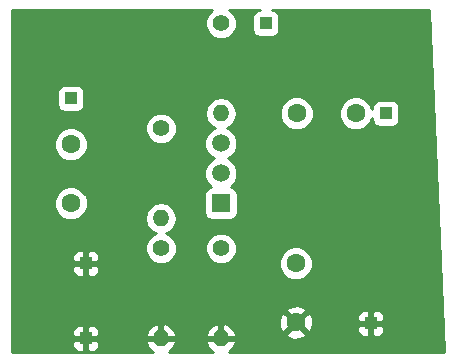
<source format=gbr>
G04 #@! TF.FileFunction,Copper,L2,Bot,Signal*
%FSLAX46Y46*%
G04 Gerber Fmt 4.6, Leading zero omitted, Abs format (unit mm)*
G04 Created by KiCad (PCBNEW 4.0.7) date Monday, November 12, 2018 'AMt' 11:28:17 AM*
%MOMM*%
%LPD*%
G01*
G04 APERTURE LIST*
%ADD10C,0.100000*%
%ADD11C,1.600000*%
%ADD12R,1.000000X1.000000*%
%ADD13C,1.520000*%
%ADD14R,1.520000X1.520000*%
%ADD15C,1.400000*%
%ADD16O,1.400000X1.400000*%
%ADD17C,0.254000*%
G04 APERTURE END LIST*
D10*
D11*
X135890000Y-119380000D03*
X135890000Y-114380000D03*
X154940000Y-124460000D03*
X154940000Y-129460000D03*
X160020000Y-111760000D03*
X155020000Y-111760000D03*
D12*
X135890000Y-110490000D03*
X137160000Y-124460000D03*
X162560000Y-111760000D03*
X161290000Y-129540000D03*
D13*
X148590000Y-116840000D03*
X148590000Y-114300000D03*
D14*
X148590000Y-119380000D03*
D15*
X143510000Y-113030000D03*
D16*
X143510000Y-120650000D03*
D15*
X143510000Y-123190000D03*
D16*
X143510000Y-130810000D03*
D15*
X148590000Y-104140000D03*
D16*
X148590000Y-111760000D03*
D15*
X148590000Y-123190000D03*
D16*
X148590000Y-130810000D03*
D12*
X152400000Y-104140000D03*
X137160000Y-130810000D03*
D17*
G36*
X147834771Y-103007582D02*
X147458902Y-103382796D01*
X147255232Y-103873287D01*
X147254769Y-104404383D01*
X147457582Y-104895229D01*
X147832796Y-105271098D01*
X148323287Y-105474768D01*
X148854383Y-105475231D01*
X149345229Y-105272418D01*
X149721098Y-104897204D01*
X149924768Y-104406713D01*
X149925231Y-103875617D01*
X149722418Y-103384771D01*
X149347204Y-103008902D01*
X149318541Y-102997000D01*
X151876403Y-102997000D01*
X151664683Y-103036838D01*
X151448559Y-103175910D01*
X151303569Y-103388110D01*
X151252560Y-103640000D01*
X151252560Y-104640000D01*
X151296838Y-104875317D01*
X151435910Y-105091441D01*
X151648110Y-105236431D01*
X151900000Y-105287440D01*
X152900000Y-105287440D01*
X153135317Y-105243162D01*
X153351441Y-105104090D01*
X153496431Y-104891890D01*
X153547440Y-104640000D01*
X153547440Y-103640000D01*
X153503162Y-103404683D01*
X153364090Y-103188559D01*
X153151890Y-103043569D01*
X152921925Y-102997000D01*
X166248402Y-102997000D01*
X167507358Y-131953000D01*
X149276000Y-131953000D01*
X149656764Y-131612663D01*
X149882727Y-131143331D01*
X149760206Y-130937000D01*
X148717000Y-130937000D01*
X148717000Y-130957000D01*
X148463000Y-130957000D01*
X148463000Y-130937000D01*
X147419794Y-130937000D01*
X147297273Y-131143331D01*
X147523236Y-131612663D01*
X147904000Y-131953000D01*
X144196000Y-131953000D01*
X144576764Y-131612663D01*
X144802727Y-131143331D01*
X144680206Y-130937000D01*
X143637000Y-130937000D01*
X143637000Y-130957000D01*
X143383000Y-130957000D01*
X143383000Y-130937000D01*
X142339794Y-130937000D01*
X142217273Y-131143331D01*
X142443236Y-131612663D01*
X142824000Y-131953000D01*
X130937000Y-131953000D01*
X130937000Y-131095750D01*
X136025000Y-131095750D01*
X136025000Y-131436310D01*
X136121673Y-131669699D01*
X136300302Y-131848327D01*
X136533691Y-131945000D01*
X136874250Y-131945000D01*
X137033000Y-131786250D01*
X137033000Y-130937000D01*
X137287000Y-130937000D01*
X137287000Y-131786250D01*
X137445750Y-131945000D01*
X137786309Y-131945000D01*
X138019698Y-131848327D01*
X138198327Y-131669699D01*
X138295000Y-131436310D01*
X138295000Y-131095750D01*
X138136250Y-130937000D01*
X137287000Y-130937000D01*
X137033000Y-130937000D01*
X136183750Y-130937000D01*
X136025000Y-131095750D01*
X130937000Y-131095750D01*
X130937000Y-130183690D01*
X136025000Y-130183690D01*
X136025000Y-130524250D01*
X136183750Y-130683000D01*
X137033000Y-130683000D01*
X137033000Y-129833750D01*
X137287000Y-129833750D01*
X137287000Y-130683000D01*
X138136250Y-130683000D01*
X138295000Y-130524250D01*
X138295000Y-130476669D01*
X142217273Y-130476669D01*
X142339794Y-130683000D01*
X143383000Y-130683000D01*
X143383000Y-129640626D01*
X143637000Y-129640626D01*
X143637000Y-130683000D01*
X144680206Y-130683000D01*
X144802727Y-130476669D01*
X147297273Y-130476669D01*
X147419794Y-130683000D01*
X148463000Y-130683000D01*
X148463000Y-129640626D01*
X148717000Y-129640626D01*
X148717000Y-130683000D01*
X149760206Y-130683000D01*
X149882727Y-130476669D01*
X149878431Y-130467745D01*
X154111861Y-130467745D01*
X154185995Y-130713864D01*
X154723223Y-130906965D01*
X155293454Y-130879778D01*
X155694005Y-130713864D01*
X155768139Y-130467745D01*
X154940000Y-129639605D01*
X154111861Y-130467745D01*
X149878431Y-130467745D01*
X149656764Y-130007337D01*
X149268396Y-129660203D01*
X148923329Y-129517284D01*
X148717000Y-129640626D01*
X148463000Y-129640626D01*
X148256671Y-129517284D01*
X147911604Y-129660203D01*
X147523236Y-130007337D01*
X147297273Y-130476669D01*
X144802727Y-130476669D01*
X144576764Y-130007337D01*
X144188396Y-129660203D01*
X143843329Y-129517284D01*
X143637000Y-129640626D01*
X143383000Y-129640626D01*
X143176671Y-129517284D01*
X142831604Y-129660203D01*
X142443236Y-130007337D01*
X142217273Y-130476669D01*
X138295000Y-130476669D01*
X138295000Y-130183690D01*
X138198327Y-129950301D01*
X138019698Y-129771673D01*
X137786309Y-129675000D01*
X137445750Y-129675000D01*
X137287000Y-129833750D01*
X137033000Y-129833750D01*
X136874250Y-129675000D01*
X136533691Y-129675000D01*
X136300302Y-129771673D01*
X136121673Y-129950301D01*
X136025000Y-130183690D01*
X130937000Y-130183690D01*
X130937000Y-129243223D01*
X153493035Y-129243223D01*
X153520222Y-129813454D01*
X153686136Y-130214005D01*
X153932255Y-130288139D01*
X154760395Y-129460000D01*
X155119605Y-129460000D01*
X155947745Y-130288139D01*
X156193864Y-130214005D01*
X156333418Y-129825750D01*
X160155000Y-129825750D01*
X160155000Y-130166310D01*
X160251673Y-130399699D01*
X160430302Y-130578327D01*
X160663691Y-130675000D01*
X161004250Y-130675000D01*
X161163000Y-130516250D01*
X161163000Y-129667000D01*
X161417000Y-129667000D01*
X161417000Y-130516250D01*
X161575750Y-130675000D01*
X161916309Y-130675000D01*
X162149698Y-130578327D01*
X162328327Y-130399699D01*
X162425000Y-130166310D01*
X162425000Y-129825750D01*
X162266250Y-129667000D01*
X161417000Y-129667000D01*
X161163000Y-129667000D01*
X160313750Y-129667000D01*
X160155000Y-129825750D01*
X156333418Y-129825750D01*
X156386965Y-129676777D01*
X156359778Y-129106546D01*
X156279895Y-128913690D01*
X160155000Y-128913690D01*
X160155000Y-129254250D01*
X160313750Y-129413000D01*
X161163000Y-129413000D01*
X161163000Y-128563750D01*
X161417000Y-128563750D01*
X161417000Y-129413000D01*
X162266250Y-129413000D01*
X162425000Y-129254250D01*
X162425000Y-128913690D01*
X162328327Y-128680301D01*
X162149698Y-128501673D01*
X161916309Y-128405000D01*
X161575750Y-128405000D01*
X161417000Y-128563750D01*
X161163000Y-128563750D01*
X161004250Y-128405000D01*
X160663691Y-128405000D01*
X160430302Y-128501673D01*
X160251673Y-128680301D01*
X160155000Y-128913690D01*
X156279895Y-128913690D01*
X156193864Y-128705995D01*
X155947745Y-128631861D01*
X155119605Y-129460000D01*
X154760395Y-129460000D01*
X153932255Y-128631861D01*
X153686136Y-128705995D01*
X153493035Y-129243223D01*
X130937000Y-129243223D01*
X130937000Y-128452255D01*
X154111861Y-128452255D01*
X154940000Y-129280395D01*
X155768139Y-128452255D01*
X155694005Y-128206136D01*
X155156777Y-128013035D01*
X154586546Y-128040222D01*
X154185995Y-128206136D01*
X154111861Y-128452255D01*
X130937000Y-128452255D01*
X130937000Y-124745750D01*
X136025000Y-124745750D01*
X136025000Y-125086310D01*
X136121673Y-125319699D01*
X136300302Y-125498327D01*
X136533691Y-125595000D01*
X136874250Y-125595000D01*
X137033000Y-125436250D01*
X137033000Y-124587000D01*
X137287000Y-124587000D01*
X137287000Y-125436250D01*
X137445750Y-125595000D01*
X137786309Y-125595000D01*
X138019698Y-125498327D01*
X138198327Y-125319699D01*
X138295000Y-125086310D01*
X138295000Y-124745750D01*
X138293437Y-124744187D01*
X153504752Y-124744187D01*
X153722757Y-125271800D01*
X154126077Y-125675824D01*
X154653309Y-125894750D01*
X155224187Y-125895248D01*
X155751800Y-125677243D01*
X156155824Y-125273923D01*
X156374750Y-124746691D01*
X156375248Y-124175813D01*
X156157243Y-123648200D01*
X155753923Y-123244176D01*
X155226691Y-123025250D01*
X154655813Y-123024752D01*
X154128200Y-123242757D01*
X153724176Y-123646077D01*
X153505250Y-124173309D01*
X153504752Y-124744187D01*
X138293437Y-124744187D01*
X138136250Y-124587000D01*
X137287000Y-124587000D01*
X137033000Y-124587000D01*
X136183750Y-124587000D01*
X136025000Y-124745750D01*
X130937000Y-124745750D01*
X130937000Y-123833690D01*
X136025000Y-123833690D01*
X136025000Y-124174250D01*
X136183750Y-124333000D01*
X137033000Y-124333000D01*
X137033000Y-123483750D01*
X137287000Y-123483750D01*
X137287000Y-124333000D01*
X138136250Y-124333000D01*
X138295000Y-124174250D01*
X138295000Y-123833690D01*
X138198327Y-123600301D01*
X138052409Y-123454383D01*
X142174769Y-123454383D01*
X142377582Y-123945229D01*
X142752796Y-124321098D01*
X143243287Y-124524768D01*
X143774383Y-124525231D01*
X144265229Y-124322418D01*
X144641098Y-123947204D01*
X144844768Y-123456713D01*
X144844770Y-123454383D01*
X147254769Y-123454383D01*
X147457582Y-123945229D01*
X147832796Y-124321098D01*
X148323287Y-124524768D01*
X148854383Y-124525231D01*
X149345229Y-124322418D01*
X149721098Y-123947204D01*
X149924768Y-123456713D01*
X149925231Y-122925617D01*
X149722418Y-122434771D01*
X149347204Y-122058902D01*
X148856713Y-121855232D01*
X148325617Y-121854769D01*
X147834771Y-122057582D01*
X147458902Y-122432796D01*
X147255232Y-122923287D01*
X147254769Y-123454383D01*
X144844770Y-123454383D01*
X144845231Y-122925617D01*
X144642418Y-122434771D01*
X144267204Y-122058902D01*
X143944212Y-121924784D01*
X144020882Y-121909533D01*
X144453988Y-121620142D01*
X144743379Y-121187036D01*
X144845000Y-120676154D01*
X144845000Y-120623846D01*
X144743379Y-120112964D01*
X144453988Y-119679858D01*
X144020882Y-119390467D01*
X143510000Y-119288846D01*
X142999118Y-119390467D01*
X142566012Y-119679858D01*
X142276621Y-120112964D01*
X142175000Y-120623846D01*
X142175000Y-120676154D01*
X142276621Y-121187036D01*
X142566012Y-121620142D01*
X142999118Y-121909533D01*
X143076045Y-121924835D01*
X142754771Y-122057582D01*
X142378902Y-122432796D01*
X142175232Y-122923287D01*
X142174769Y-123454383D01*
X138052409Y-123454383D01*
X138019698Y-123421673D01*
X137786309Y-123325000D01*
X137445750Y-123325000D01*
X137287000Y-123483750D01*
X137033000Y-123483750D01*
X136874250Y-123325000D01*
X136533691Y-123325000D01*
X136300302Y-123421673D01*
X136121673Y-123600301D01*
X136025000Y-123833690D01*
X130937000Y-123833690D01*
X130937000Y-119664187D01*
X134454752Y-119664187D01*
X134672757Y-120191800D01*
X135076077Y-120595824D01*
X135603309Y-120814750D01*
X136174187Y-120815248D01*
X136701800Y-120597243D01*
X137105824Y-120193923D01*
X137324750Y-119666691D01*
X137325248Y-119095813D01*
X137128647Y-118620000D01*
X147182560Y-118620000D01*
X147182560Y-120140000D01*
X147226838Y-120375317D01*
X147365910Y-120591441D01*
X147578110Y-120736431D01*
X147830000Y-120787440D01*
X149350000Y-120787440D01*
X149585317Y-120743162D01*
X149801441Y-120604090D01*
X149946431Y-120391890D01*
X149997440Y-120140000D01*
X149997440Y-118620000D01*
X149953162Y-118384683D01*
X149814090Y-118168559D01*
X149601890Y-118023569D01*
X149416520Y-117986031D01*
X149771934Y-117631236D01*
X149984758Y-117118700D01*
X149985242Y-116563735D01*
X149773313Y-116050828D01*
X149381236Y-115658066D01*
X149169262Y-115570046D01*
X149379172Y-115483313D01*
X149771934Y-115091236D01*
X149984758Y-114578700D01*
X149985242Y-114023735D01*
X149773313Y-113510828D01*
X149381236Y-113118066D01*
X149117386Y-113008506D01*
X149533988Y-112730142D01*
X149823379Y-112297036D01*
X149873673Y-112044187D01*
X153584752Y-112044187D01*
X153802757Y-112571800D01*
X154206077Y-112975824D01*
X154733309Y-113194750D01*
X155304187Y-113195248D01*
X155831800Y-112977243D01*
X156235824Y-112573923D01*
X156454750Y-112046691D01*
X156454752Y-112044187D01*
X158584752Y-112044187D01*
X158802757Y-112571800D01*
X159206077Y-112975824D01*
X159733309Y-113194750D01*
X160304187Y-113195248D01*
X160831800Y-112977243D01*
X161235824Y-112573923D01*
X161412560Y-112148296D01*
X161412560Y-112260000D01*
X161456838Y-112495317D01*
X161595910Y-112711441D01*
X161808110Y-112856431D01*
X162060000Y-112907440D01*
X163060000Y-112907440D01*
X163295317Y-112863162D01*
X163511441Y-112724090D01*
X163656431Y-112511890D01*
X163707440Y-112260000D01*
X163707440Y-111260000D01*
X163663162Y-111024683D01*
X163524090Y-110808559D01*
X163311890Y-110663569D01*
X163060000Y-110612560D01*
X162060000Y-110612560D01*
X161824683Y-110656838D01*
X161608559Y-110795910D01*
X161463569Y-111008110D01*
X161412560Y-111260000D01*
X161412560Y-111372500D01*
X161237243Y-110948200D01*
X160833923Y-110544176D01*
X160306691Y-110325250D01*
X159735813Y-110324752D01*
X159208200Y-110542757D01*
X158804176Y-110946077D01*
X158585250Y-111473309D01*
X158584752Y-112044187D01*
X156454752Y-112044187D01*
X156455248Y-111475813D01*
X156237243Y-110948200D01*
X155833923Y-110544176D01*
X155306691Y-110325250D01*
X154735813Y-110324752D01*
X154208200Y-110542757D01*
X153804176Y-110946077D01*
X153585250Y-111473309D01*
X153584752Y-112044187D01*
X149873673Y-112044187D01*
X149925000Y-111786154D01*
X149925000Y-111733846D01*
X149823379Y-111222964D01*
X149533988Y-110789858D01*
X149100882Y-110500467D01*
X148590000Y-110398846D01*
X148079118Y-110500467D01*
X147646012Y-110789858D01*
X147356621Y-111222964D01*
X147255000Y-111733846D01*
X147255000Y-111786154D01*
X147356621Y-112297036D01*
X147646012Y-112730142D01*
X148062627Y-113008514D01*
X147800828Y-113116687D01*
X147408066Y-113508764D01*
X147195242Y-114021300D01*
X147194758Y-114576265D01*
X147406687Y-115089172D01*
X147798764Y-115481934D01*
X148010738Y-115569954D01*
X147800828Y-115656687D01*
X147408066Y-116048764D01*
X147195242Y-116561300D01*
X147194758Y-117116265D01*
X147406687Y-117629172D01*
X147762210Y-117985316D01*
X147594683Y-118016838D01*
X147378559Y-118155910D01*
X147233569Y-118368110D01*
X147182560Y-118620000D01*
X137128647Y-118620000D01*
X137107243Y-118568200D01*
X136703923Y-118164176D01*
X136176691Y-117945250D01*
X135605813Y-117944752D01*
X135078200Y-118162757D01*
X134674176Y-118566077D01*
X134455250Y-119093309D01*
X134454752Y-119664187D01*
X130937000Y-119664187D01*
X130937000Y-114664187D01*
X134454752Y-114664187D01*
X134672757Y-115191800D01*
X135076077Y-115595824D01*
X135603309Y-115814750D01*
X136174187Y-115815248D01*
X136701800Y-115597243D01*
X137105824Y-115193923D01*
X137324750Y-114666691D01*
X137325248Y-114095813D01*
X137107243Y-113568200D01*
X136833904Y-113294383D01*
X142174769Y-113294383D01*
X142377582Y-113785229D01*
X142752796Y-114161098D01*
X143243287Y-114364768D01*
X143774383Y-114365231D01*
X144265229Y-114162418D01*
X144641098Y-113787204D01*
X144844768Y-113296713D01*
X144845231Y-112765617D01*
X144642418Y-112274771D01*
X144267204Y-111898902D01*
X143776713Y-111695232D01*
X143245617Y-111694769D01*
X142754771Y-111897582D01*
X142378902Y-112272796D01*
X142175232Y-112763287D01*
X142174769Y-113294383D01*
X136833904Y-113294383D01*
X136703923Y-113164176D01*
X136176691Y-112945250D01*
X135605813Y-112944752D01*
X135078200Y-113162757D01*
X134674176Y-113566077D01*
X134455250Y-114093309D01*
X134454752Y-114664187D01*
X130937000Y-114664187D01*
X130937000Y-109990000D01*
X134742560Y-109990000D01*
X134742560Y-110990000D01*
X134786838Y-111225317D01*
X134925910Y-111441441D01*
X135138110Y-111586431D01*
X135390000Y-111637440D01*
X136390000Y-111637440D01*
X136625317Y-111593162D01*
X136841441Y-111454090D01*
X136986431Y-111241890D01*
X137037440Y-110990000D01*
X137037440Y-109990000D01*
X136993162Y-109754683D01*
X136854090Y-109538559D01*
X136641890Y-109393569D01*
X136390000Y-109342560D01*
X135390000Y-109342560D01*
X135154683Y-109386838D01*
X134938559Y-109525910D01*
X134793569Y-109738110D01*
X134742560Y-109990000D01*
X130937000Y-109990000D01*
X130937000Y-102997000D01*
X147860381Y-102997000D01*
X147834771Y-103007582D01*
X147834771Y-103007582D01*
G37*
X147834771Y-103007582D02*
X147458902Y-103382796D01*
X147255232Y-103873287D01*
X147254769Y-104404383D01*
X147457582Y-104895229D01*
X147832796Y-105271098D01*
X148323287Y-105474768D01*
X148854383Y-105475231D01*
X149345229Y-105272418D01*
X149721098Y-104897204D01*
X149924768Y-104406713D01*
X149925231Y-103875617D01*
X149722418Y-103384771D01*
X149347204Y-103008902D01*
X149318541Y-102997000D01*
X151876403Y-102997000D01*
X151664683Y-103036838D01*
X151448559Y-103175910D01*
X151303569Y-103388110D01*
X151252560Y-103640000D01*
X151252560Y-104640000D01*
X151296838Y-104875317D01*
X151435910Y-105091441D01*
X151648110Y-105236431D01*
X151900000Y-105287440D01*
X152900000Y-105287440D01*
X153135317Y-105243162D01*
X153351441Y-105104090D01*
X153496431Y-104891890D01*
X153547440Y-104640000D01*
X153547440Y-103640000D01*
X153503162Y-103404683D01*
X153364090Y-103188559D01*
X153151890Y-103043569D01*
X152921925Y-102997000D01*
X166248402Y-102997000D01*
X167507358Y-131953000D01*
X149276000Y-131953000D01*
X149656764Y-131612663D01*
X149882727Y-131143331D01*
X149760206Y-130937000D01*
X148717000Y-130937000D01*
X148717000Y-130957000D01*
X148463000Y-130957000D01*
X148463000Y-130937000D01*
X147419794Y-130937000D01*
X147297273Y-131143331D01*
X147523236Y-131612663D01*
X147904000Y-131953000D01*
X144196000Y-131953000D01*
X144576764Y-131612663D01*
X144802727Y-131143331D01*
X144680206Y-130937000D01*
X143637000Y-130937000D01*
X143637000Y-130957000D01*
X143383000Y-130957000D01*
X143383000Y-130937000D01*
X142339794Y-130937000D01*
X142217273Y-131143331D01*
X142443236Y-131612663D01*
X142824000Y-131953000D01*
X130937000Y-131953000D01*
X130937000Y-131095750D01*
X136025000Y-131095750D01*
X136025000Y-131436310D01*
X136121673Y-131669699D01*
X136300302Y-131848327D01*
X136533691Y-131945000D01*
X136874250Y-131945000D01*
X137033000Y-131786250D01*
X137033000Y-130937000D01*
X137287000Y-130937000D01*
X137287000Y-131786250D01*
X137445750Y-131945000D01*
X137786309Y-131945000D01*
X138019698Y-131848327D01*
X138198327Y-131669699D01*
X138295000Y-131436310D01*
X138295000Y-131095750D01*
X138136250Y-130937000D01*
X137287000Y-130937000D01*
X137033000Y-130937000D01*
X136183750Y-130937000D01*
X136025000Y-131095750D01*
X130937000Y-131095750D01*
X130937000Y-130183690D01*
X136025000Y-130183690D01*
X136025000Y-130524250D01*
X136183750Y-130683000D01*
X137033000Y-130683000D01*
X137033000Y-129833750D01*
X137287000Y-129833750D01*
X137287000Y-130683000D01*
X138136250Y-130683000D01*
X138295000Y-130524250D01*
X138295000Y-130476669D01*
X142217273Y-130476669D01*
X142339794Y-130683000D01*
X143383000Y-130683000D01*
X143383000Y-129640626D01*
X143637000Y-129640626D01*
X143637000Y-130683000D01*
X144680206Y-130683000D01*
X144802727Y-130476669D01*
X147297273Y-130476669D01*
X147419794Y-130683000D01*
X148463000Y-130683000D01*
X148463000Y-129640626D01*
X148717000Y-129640626D01*
X148717000Y-130683000D01*
X149760206Y-130683000D01*
X149882727Y-130476669D01*
X149878431Y-130467745D01*
X154111861Y-130467745D01*
X154185995Y-130713864D01*
X154723223Y-130906965D01*
X155293454Y-130879778D01*
X155694005Y-130713864D01*
X155768139Y-130467745D01*
X154940000Y-129639605D01*
X154111861Y-130467745D01*
X149878431Y-130467745D01*
X149656764Y-130007337D01*
X149268396Y-129660203D01*
X148923329Y-129517284D01*
X148717000Y-129640626D01*
X148463000Y-129640626D01*
X148256671Y-129517284D01*
X147911604Y-129660203D01*
X147523236Y-130007337D01*
X147297273Y-130476669D01*
X144802727Y-130476669D01*
X144576764Y-130007337D01*
X144188396Y-129660203D01*
X143843329Y-129517284D01*
X143637000Y-129640626D01*
X143383000Y-129640626D01*
X143176671Y-129517284D01*
X142831604Y-129660203D01*
X142443236Y-130007337D01*
X142217273Y-130476669D01*
X138295000Y-130476669D01*
X138295000Y-130183690D01*
X138198327Y-129950301D01*
X138019698Y-129771673D01*
X137786309Y-129675000D01*
X137445750Y-129675000D01*
X137287000Y-129833750D01*
X137033000Y-129833750D01*
X136874250Y-129675000D01*
X136533691Y-129675000D01*
X136300302Y-129771673D01*
X136121673Y-129950301D01*
X136025000Y-130183690D01*
X130937000Y-130183690D01*
X130937000Y-129243223D01*
X153493035Y-129243223D01*
X153520222Y-129813454D01*
X153686136Y-130214005D01*
X153932255Y-130288139D01*
X154760395Y-129460000D01*
X155119605Y-129460000D01*
X155947745Y-130288139D01*
X156193864Y-130214005D01*
X156333418Y-129825750D01*
X160155000Y-129825750D01*
X160155000Y-130166310D01*
X160251673Y-130399699D01*
X160430302Y-130578327D01*
X160663691Y-130675000D01*
X161004250Y-130675000D01*
X161163000Y-130516250D01*
X161163000Y-129667000D01*
X161417000Y-129667000D01*
X161417000Y-130516250D01*
X161575750Y-130675000D01*
X161916309Y-130675000D01*
X162149698Y-130578327D01*
X162328327Y-130399699D01*
X162425000Y-130166310D01*
X162425000Y-129825750D01*
X162266250Y-129667000D01*
X161417000Y-129667000D01*
X161163000Y-129667000D01*
X160313750Y-129667000D01*
X160155000Y-129825750D01*
X156333418Y-129825750D01*
X156386965Y-129676777D01*
X156359778Y-129106546D01*
X156279895Y-128913690D01*
X160155000Y-128913690D01*
X160155000Y-129254250D01*
X160313750Y-129413000D01*
X161163000Y-129413000D01*
X161163000Y-128563750D01*
X161417000Y-128563750D01*
X161417000Y-129413000D01*
X162266250Y-129413000D01*
X162425000Y-129254250D01*
X162425000Y-128913690D01*
X162328327Y-128680301D01*
X162149698Y-128501673D01*
X161916309Y-128405000D01*
X161575750Y-128405000D01*
X161417000Y-128563750D01*
X161163000Y-128563750D01*
X161004250Y-128405000D01*
X160663691Y-128405000D01*
X160430302Y-128501673D01*
X160251673Y-128680301D01*
X160155000Y-128913690D01*
X156279895Y-128913690D01*
X156193864Y-128705995D01*
X155947745Y-128631861D01*
X155119605Y-129460000D01*
X154760395Y-129460000D01*
X153932255Y-128631861D01*
X153686136Y-128705995D01*
X153493035Y-129243223D01*
X130937000Y-129243223D01*
X130937000Y-128452255D01*
X154111861Y-128452255D01*
X154940000Y-129280395D01*
X155768139Y-128452255D01*
X155694005Y-128206136D01*
X155156777Y-128013035D01*
X154586546Y-128040222D01*
X154185995Y-128206136D01*
X154111861Y-128452255D01*
X130937000Y-128452255D01*
X130937000Y-124745750D01*
X136025000Y-124745750D01*
X136025000Y-125086310D01*
X136121673Y-125319699D01*
X136300302Y-125498327D01*
X136533691Y-125595000D01*
X136874250Y-125595000D01*
X137033000Y-125436250D01*
X137033000Y-124587000D01*
X137287000Y-124587000D01*
X137287000Y-125436250D01*
X137445750Y-125595000D01*
X137786309Y-125595000D01*
X138019698Y-125498327D01*
X138198327Y-125319699D01*
X138295000Y-125086310D01*
X138295000Y-124745750D01*
X138293437Y-124744187D01*
X153504752Y-124744187D01*
X153722757Y-125271800D01*
X154126077Y-125675824D01*
X154653309Y-125894750D01*
X155224187Y-125895248D01*
X155751800Y-125677243D01*
X156155824Y-125273923D01*
X156374750Y-124746691D01*
X156375248Y-124175813D01*
X156157243Y-123648200D01*
X155753923Y-123244176D01*
X155226691Y-123025250D01*
X154655813Y-123024752D01*
X154128200Y-123242757D01*
X153724176Y-123646077D01*
X153505250Y-124173309D01*
X153504752Y-124744187D01*
X138293437Y-124744187D01*
X138136250Y-124587000D01*
X137287000Y-124587000D01*
X137033000Y-124587000D01*
X136183750Y-124587000D01*
X136025000Y-124745750D01*
X130937000Y-124745750D01*
X130937000Y-123833690D01*
X136025000Y-123833690D01*
X136025000Y-124174250D01*
X136183750Y-124333000D01*
X137033000Y-124333000D01*
X137033000Y-123483750D01*
X137287000Y-123483750D01*
X137287000Y-124333000D01*
X138136250Y-124333000D01*
X138295000Y-124174250D01*
X138295000Y-123833690D01*
X138198327Y-123600301D01*
X138052409Y-123454383D01*
X142174769Y-123454383D01*
X142377582Y-123945229D01*
X142752796Y-124321098D01*
X143243287Y-124524768D01*
X143774383Y-124525231D01*
X144265229Y-124322418D01*
X144641098Y-123947204D01*
X144844768Y-123456713D01*
X144844770Y-123454383D01*
X147254769Y-123454383D01*
X147457582Y-123945229D01*
X147832796Y-124321098D01*
X148323287Y-124524768D01*
X148854383Y-124525231D01*
X149345229Y-124322418D01*
X149721098Y-123947204D01*
X149924768Y-123456713D01*
X149925231Y-122925617D01*
X149722418Y-122434771D01*
X149347204Y-122058902D01*
X148856713Y-121855232D01*
X148325617Y-121854769D01*
X147834771Y-122057582D01*
X147458902Y-122432796D01*
X147255232Y-122923287D01*
X147254769Y-123454383D01*
X144844770Y-123454383D01*
X144845231Y-122925617D01*
X144642418Y-122434771D01*
X144267204Y-122058902D01*
X143944212Y-121924784D01*
X144020882Y-121909533D01*
X144453988Y-121620142D01*
X144743379Y-121187036D01*
X144845000Y-120676154D01*
X144845000Y-120623846D01*
X144743379Y-120112964D01*
X144453988Y-119679858D01*
X144020882Y-119390467D01*
X143510000Y-119288846D01*
X142999118Y-119390467D01*
X142566012Y-119679858D01*
X142276621Y-120112964D01*
X142175000Y-120623846D01*
X142175000Y-120676154D01*
X142276621Y-121187036D01*
X142566012Y-121620142D01*
X142999118Y-121909533D01*
X143076045Y-121924835D01*
X142754771Y-122057582D01*
X142378902Y-122432796D01*
X142175232Y-122923287D01*
X142174769Y-123454383D01*
X138052409Y-123454383D01*
X138019698Y-123421673D01*
X137786309Y-123325000D01*
X137445750Y-123325000D01*
X137287000Y-123483750D01*
X137033000Y-123483750D01*
X136874250Y-123325000D01*
X136533691Y-123325000D01*
X136300302Y-123421673D01*
X136121673Y-123600301D01*
X136025000Y-123833690D01*
X130937000Y-123833690D01*
X130937000Y-119664187D01*
X134454752Y-119664187D01*
X134672757Y-120191800D01*
X135076077Y-120595824D01*
X135603309Y-120814750D01*
X136174187Y-120815248D01*
X136701800Y-120597243D01*
X137105824Y-120193923D01*
X137324750Y-119666691D01*
X137325248Y-119095813D01*
X137128647Y-118620000D01*
X147182560Y-118620000D01*
X147182560Y-120140000D01*
X147226838Y-120375317D01*
X147365910Y-120591441D01*
X147578110Y-120736431D01*
X147830000Y-120787440D01*
X149350000Y-120787440D01*
X149585317Y-120743162D01*
X149801441Y-120604090D01*
X149946431Y-120391890D01*
X149997440Y-120140000D01*
X149997440Y-118620000D01*
X149953162Y-118384683D01*
X149814090Y-118168559D01*
X149601890Y-118023569D01*
X149416520Y-117986031D01*
X149771934Y-117631236D01*
X149984758Y-117118700D01*
X149985242Y-116563735D01*
X149773313Y-116050828D01*
X149381236Y-115658066D01*
X149169262Y-115570046D01*
X149379172Y-115483313D01*
X149771934Y-115091236D01*
X149984758Y-114578700D01*
X149985242Y-114023735D01*
X149773313Y-113510828D01*
X149381236Y-113118066D01*
X149117386Y-113008506D01*
X149533988Y-112730142D01*
X149823379Y-112297036D01*
X149873673Y-112044187D01*
X153584752Y-112044187D01*
X153802757Y-112571800D01*
X154206077Y-112975824D01*
X154733309Y-113194750D01*
X155304187Y-113195248D01*
X155831800Y-112977243D01*
X156235824Y-112573923D01*
X156454750Y-112046691D01*
X156454752Y-112044187D01*
X158584752Y-112044187D01*
X158802757Y-112571800D01*
X159206077Y-112975824D01*
X159733309Y-113194750D01*
X160304187Y-113195248D01*
X160831800Y-112977243D01*
X161235824Y-112573923D01*
X161412560Y-112148296D01*
X161412560Y-112260000D01*
X161456838Y-112495317D01*
X161595910Y-112711441D01*
X161808110Y-112856431D01*
X162060000Y-112907440D01*
X163060000Y-112907440D01*
X163295317Y-112863162D01*
X163511441Y-112724090D01*
X163656431Y-112511890D01*
X163707440Y-112260000D01*
X163707440Y-111260000D01*
X163663162Y-111024683D01*
X163524090Y-110808559D01*
X163311890Y-110663569D01*
X163060000Y-110612560D01*
X162060000Y-110612560D01*
X161824683Y-110656838D01*
X161608559Y-110795910D01*
X161463569Y-111008110D01*
X161412560Y-111260000D01*
X161412560Y-111372500D01*
X161237243Y-110948200D01*
X160833923Y-110544176D01*
X160306691Y-110325250D01*
X159735813Y-110324752D01*
X159208200Y-110542757D01*
X158804176Y-110946077D01*
X158585250Y-111473309D01*
X158584752Y-112044187D01*
X156454752Y-112044187D01*
X156455248Y-111475813D01*
X156237243Y-110948200D01*
X155833923Y-110544176D01*
X155306691Y-110325250D01*
X154735813Y-110324752D01*
X154208200Y-110542757D01*
X153804176Y-110946077D01*
X153585250Y-111473309D01*
X153584752Y-112044187D01*
X149873673Y-112044187D01*
X149925000Y-111786154D01*
X149925000Y-111733846D01*
X149823379Y-111222964D01*
X149533988Y-110789858D01*
X149100882Y-110500467D01*
X148590000Y-110398846D01*
X148079118Y-110500467D01*
X147646012Y-110789858D01*
X147356621Y-111222964D01*
X147255000Y-111733846D01*
X147255000Y-111786154D01*
X147356621Y-112297036D01*
X147646012Y-112730142D01*
X148062627Y-113008514D01*
X147800828Y-113116687D01*
X147408066Y-113508764D01*
X147195242Y-114021300D01*
X147194758Y-114576265D01*
X147406687Y-115089172D01*
X147798764Y-115481934D01*
X148010738Y-115569954D01*
X147800828Y-115656687D01*
X147408066Y-116048764D01*
X147195242Y-116561300D01*
X147194758Y-117116265D01*
X147406687Y-117629172D01*
X147762210Y-117985316D01*
X147594683Y-118016838D01*
X147378559Y-118155910D01*
X147233569Y-118368110D01*
X147182560Y-118620000D01*
X137128647Y-118620000D01*
X137107243Y-118568200D01*
X136703923Y-118164176D01*
X136176691Y-117945250D01*
X135605813Y-117944752D01*
X135078200Y-118162757D01*
X134674176Y-118566077D01*
X134455250Y-119093309D01*
X134454752Y-119664187D01*
X130937000Y-119664187D01*
X130937000Y-114664187D01*
X134454752Y-114664187D01*
X134672757Y-115191800D01*
X135076077Y-115595824D01*
X135603309Y-115814750D01*
X136174187Y-115815248D01*
X136701800Y-115597243D01*
X137105824Y-115193923D01*
X137324750Y-114666691D01*
X137325248Y-114095813D01*
X137107243Y-113568200D01*
X136833904Y-113294383D01*
X142174769Y-113294383D01*
X142377582Y-113785229D01*
X142752796Y-114161098D01*
X143243287Y-114364768D01*
X143774383Y-114365231D01*
X144265229Y-114162418D01*
X144641098Y-113787204D01*
X144844768Y-113296713D01*
X144845231Y-112765617D01*
X144642418Y-112274771D01*
X144267204Y-111898902D01*
X143776713Y-111695232D01*
X143245617Y-111694769D01*
X142754771Y-111897582D01*
X142378902Y-112272796D01*
X142175232Y-112763287D01*
X142174769Y-113294383D01*
X136833904Y-113294383D01*
X136703923Y-113164176D01*
X136176691Y-112945250D01*
X135605813Y-112944752D01*
X135078200Y-113162757D01*
X134674176Y-113566077D01*
X134455250Y-114093309D01*
X134454752Y-114664187D01*
X130937000Y-114664187D01*
X130937000Y-109990000D01*
X134742560Y-109990000D01*
X134742560Y-110990000D01*
X134786838Y-111225317D01*
X134925910Y-111441441D01*
X135138110Y-111586431D01*
X135390000Y-111637440D01*
X136390000Y-111637440D01*
X136625317Y-111593162D01*
X136841441Y-111454090D01*
X136986431Y-111241890D01*
X137037440Y-110990000D01*
X137037440Y-109990000D01*
X136993162Y-109754683D01*
X136854090Y-109538559D01*
X136641890Y-109393569D01*
X136390000Y-109342560D01*
X135390000Y-109342560D01*
X135154683Y-109386838D01*
X134938559Y-109525910D01*
X134793569Y-109738110D01*
X134742560Y-109990000D01*
X130937000Y-109990000D01*
X130937000Y-102997000D01*
X147860381Y-102997000D01*
X147834771Y-103007582D01*
M02*

</source>
